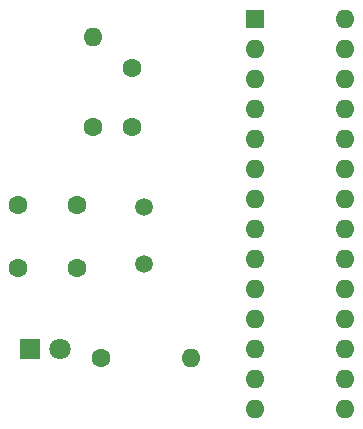
<source format=gbr>
%TF.GenerationSoftware,KiCad,Pcbnew,(6.0.7-1)-1*%
%TF.CreationDate,2022-08-05T12:37:52-05:00*%
%TF.ProjectId,Adafruit NeoPixel 8 Stick,41646166-7275-4697-9420-4e656f506978,rev?*%
%TF.SameCoordinates,Original*%
%TF.FileFunction,Soldermask,Top*%
%TF.FilePolarity,Negative*%
%FSLAX46Y46*%
G04 Gerber Fmt 4.6, Leading zero omitted, Abs format (unit mm)*
G04 Created by KiCad (PCBNEW (6.0.7-1)-1) date 2022-08-05 12:37:52*
%MOMM*%
%LPD*%
G01*
G04 APERTURE LIST*
%ADD10C,1.500000*%
%ADD11C,1.600000*%
%ADD12R,1.800000X1.800000*%
%ADD13C,1.800000*%
%ADD14R,1.600000X1.600000*%
%ADD15O,1.600000X1.600000*%
G04 APERTURE END LIST*
D10*
%TO.C,Y1*%
X135382000Y-121830000D03*
X135382000Y-116950000D03*
%TD*%
D11*
%TO.C,C2*%
X124754000Y-122174000D03*
X129754000Y-122174000D03*
%TD*%
D12*
%TO.C,D1*%
X125730000Y-129032000D03*
D13*
X128270000Y-129032000D03*
%TD*%
D14*
%TO.C,U1*%
X144790000Y-101102000D03*
D15*
X144790000Y-103642000D03*
X144790000Y-106182000D03*
X144790000Y-108722000D03*
X144790000Y-111262000D03*
X144790000Y-113802000D03*
X144790000Y-116342000D03*
X144790000Y-118882000D03*
X144790000Y-121422000D03*
X144790000Y-123962000D03*
X144790000Y-126502000D03*
X144790000Y-129042000D03*
X144790000Y-131582000D03*
X144790000Y-134122000D03*
X152410000Y-134122000D03*
X152410000Y-131582000D03*
X152410000Y-129042000D03*
X152410000Y-126502000D03*
X152410000Y-123962000D03*
X152410000Y-121422000D03*
X152410000Y-118882000D03*
X152410000Y-116342000D03*
X152410000Y-113802000D03*
X152410000Y-111262000D03*
X152410000Y-108722000D03*
X152410000Y-106182000D03*
X152410000Y-103642000D03*
X152410000Y-101102000D03*
%TD*%
D11*
%TO.C,C1*%
X134366000Y-110196000D03*
X134366000Y-105196000D03*
%TD*%
%TO.C,R2*%
X131774000Y-129782000D03*
D15*
X139394000Y-129782000D03*
%TD*%
D11*
%TO.C,C3*%
X124754000Y-116840000D03*
X129754000Y-116840000D03*
%TD*%
%TO.C,R1*%
X131064000Y-110236000D03*
D15*
X131064000Y-102616000D03*
%TD*%
M02*

</source>
